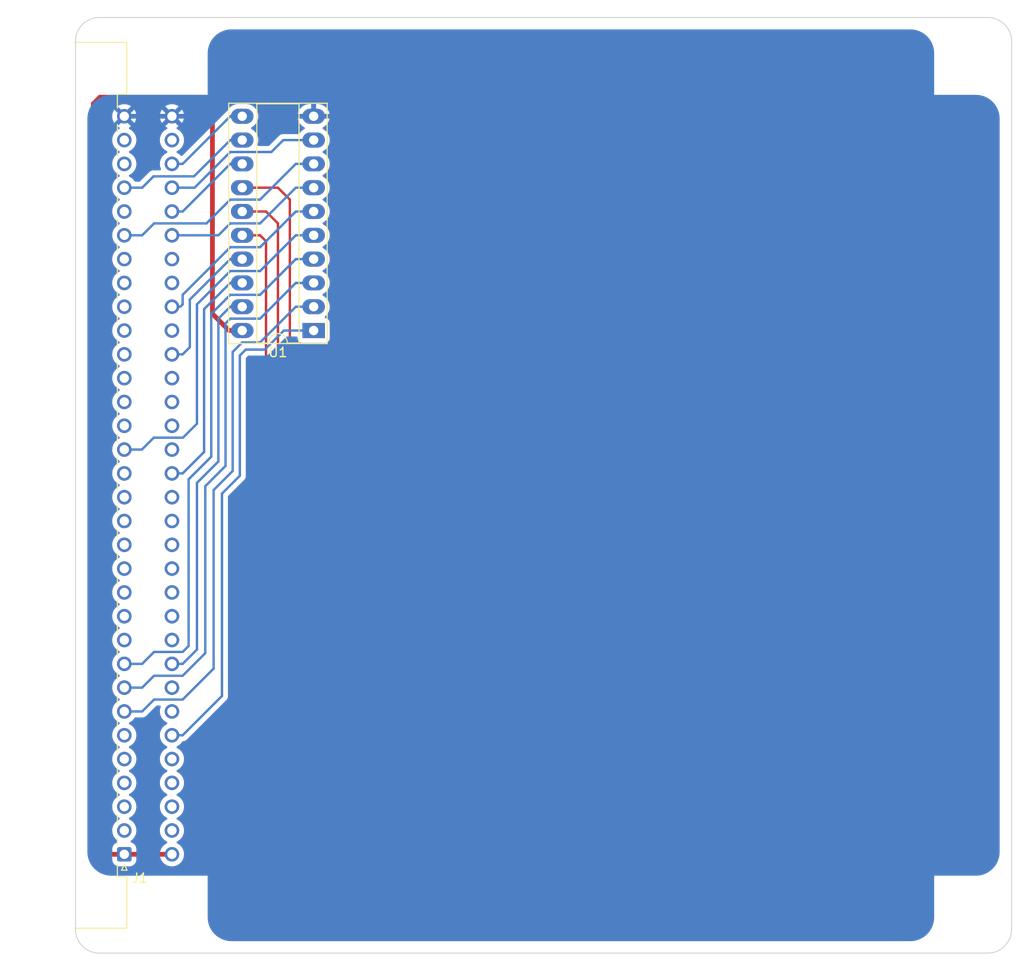
<source format=kicad_pcb>
(kicad_pcb (version 20241229) (generator "pcbnew") (generator_version "9.0")
  (title_block (title "Minimalist Europe Card Bus (MECB) Board Template") (date "2025-05") (rev "1.2") (company "DigicoolThings.com") (comment 1 "For Minimalist Europe Card Bus (MECB).") (comment 2 "U1 PLD positioning provides for ZIF socket space, with DIP20 ZIF friendly footprint.") (comment 3 "Includes a standardised 3 chip-select output ATF16V8 PLD Address Decoder. ") (comment 4 "Schematic & standardised PCB outline Templates for creating MECB boards."))
  (layers (0 "F.Cu" signal) (2 "B.Cu" signal) (13 "F.Paste" user) (15 "B.Paste" user) (5 "F.SilkS" user "F.Silkscreen") (7 "B.SilkS" user "B.Silkscreen") (1 "F.Mask" user) (3 "B.Mask" user) (25 "Edge.Cuts" user))
  (net 0 "")
  (net 1 "GND")
  (net 2 "+5V")
  (net 3 "ECB_RESET")
  (net 4 "ECB_MREQ")
  (net 5 "ECB_CLK")
  (net 6 "/ECB_D5")
  (net 7 "/ECB_D6")
  (net 8 "ECB_RD")
  (net 9 "ECB_WR")
  (net 10 "ECB_INT")
  (net 11 "/ECB_D3")
  (net 12 "/ECB_D4")
  (net 13 "/ECB_A2")
  (net 14 "/ECB_A4")
  (net 15 "/ECB_A5")
  (net 16 "/ECB_A6")
  (net 17 "/ECB_A14")
  (net 18 "/ECB_A13")
  (net 19 "/ECB_A9")
  (net 20 "ECB_IORQ")
  (net 21 "/ECB_D0")
  (net 22 "/ECB_D7")
  (net 23 "/ECB_D2")
  (net 24 "/ECB_A0")
  (net 25 "/ECB_A3")
  (net 26 "/ECB_A1")
  (net 27 "/ECB_A8")
  (net 28 "/ECB_A7")
  (net 29 "CS0")
  (net 30 "CS1")
  (net 31 "CS2")
  (net 32 "/ECB_D1")
  (net 50 "/ECB_A11")
  (net 52 "/ECB_A10")
  (net 53 "ECB_NMI")
  (net 60 "/ECB_A12")
  (net 62 "/ECB_A15")
  (footprint "MountingHole:MountingHole_3.2mm_M3" (layer "F.Cu") (at 192.532 50.419)
    (property "Reference" "H1" (hide yes))
    (property "Value" "MountingHole")
    (pad "" np_thru_hole circle (at 0 0) (size 3.2 3.2) (drill 3.2) (layers "*.Cu" "*.Mask"))
  )
  (footprint "MountingHole:MountingHole_3.2mm_M3" (layer "F.Cu") (at 192.532 142.621)
    (property "Reference" "H2" (hide yes))
    (property "Value" "MountingHole")
    (pad "" np_thru_hole circle (at 0 0) (size 3.2 3.2) (drill 3.2) (layers "*.Cu" "*.Mask"))
  )
  (footprint "MyCustomFootprintLibrary:DIP-20_W7.62mm_Socket_LongPads_ZIF_friendly" (layer "F.Cu") (at 121.92 80.01 180)
    (property "Reference" "U1" (at 3.81 -2.33 180) (layer "F.SilkS"))
    (property "Value" "ATF16V8")
    (fp_line (start 9.06 24.25) (end 9.06 -1.39) (stroke (width 0.12)) (layer "F.SilkS"))
    (fp_line (start 9.06 -1.39) (end -1.44 -1.39) (stroke (width 0.12)) (layer "F.SilkS"))
    (fp_line (start 6.06 24.19) (end 6.06 -1.33) (stroke (width 0.12)) (layer "F.SilkS"))
    (fp_line (start 6.06 -1.33) (end 4.81 -1.33) (stroke (width 0.12)) (layer "F.SilkS"))
    (fp_line (start 2.81 -1.33) (end 1.56 -1.33) (stroke (width 0.12)) (layer "F.SilkS"))
    (fp_line (start 1.56 24.19) (end 6.06 24.19) (stroke (width 0.12)) (layer "F.SilkS"))
    (fp_line (start 1.56 -1.33) (end 1.56 24.19) (stroke (width 0.12)) (layer "F.SilkS"))
    (fp_line (start -1.44 24.25) (end 9.06 24.25) (stroke (width 0.12)) (layer "F.SilkS"))
    (fp_line (start -1.44 -1.39) (end -1.44 24.25) (stroke (width 0.12)) (layer "F.SilkS"))
    (fp_arc (start 4.81 -1.33) (mid 3.81 -0.33) (end 2.81 -1.33) (stroke (width 0.12)) (layer "F.SilkS"))
    (pad "1" thru_hole rect (at 0 0 180) (size 2.4 1.6) (drill 1) (layers "*.Cu" "*.Mask") (net 25 "/ECB_A3"))
    (pad "2" thru_hole oval (at 0 2.54 180) (size 2.4 1.6) (drill 1) (layers "*.Cu" "*.Mask") (net 14 "/ECB_A4"))
    (pad "3" thru_hole oval (at 0 5.08 180) (size 2.4 1.6) (drill 1) (layers "*.Cu" "*.Mask") (net 15 "/ECB_A5"))
    (pad "4" thru_hole oval (at 0 7.62 180) (size 2.4 1.6) (drill 1) (layers "*.Cu" "*.Mask") (net 16 "/ECB_A6"))
    (pad "5" thru_hole oval (at 0 10.16 180) (size 2.4 1.6) (drill 1) (layers "*.Cu" "*.Mask") (net 17 "/ECB_A14"))
    (pad "6" thru_hole oval (at 0 12.7 180) (size 2.4 1.6) (drill 1) (layers "*.Cu" "*.Mask") (net 8 "ECB_RD"))
    (pad "7" thru_hole oval (at 0 15.24 180) (size 2.4 1.6) (drill 1) (layers "*.Cu" "*.Mask") (net 60 "/ECB_A12"))
    (pad "8" thru_hole oval (at 0 17.78 180) (size 2.4 1.6) (drill 1) (layers "*.Cu" "*.Mask") (net 20 "ECB_IORQ"))
    (pad "9" thru_hole oval (at 0 20.32 180) (size 2.4 1.6) (drill 1) (layers "*.Cu" "*.Mask") (net 5 "ECB_CLK"))
    (pad "10" thru_hole oval (at 0 22.86 180) (size 2.4 1.6) (drill 1) (layers "*.Cu" "*.Mask") (net 1 "GND"))
    (pad "11" thru_hole oval (at 7.62 22.86 180) (size 2.4 1.6) (drill 1) (layers "*.Cu" "*.Mask") (net 4 "ECB_MREQ"))
    (pad "12" thru_hole oval (at 7.62 20.32 180) (size 2.4 1.6) (drill 1) (layers "*.Cu" "*.Mask") (net 18 "/ECB_A13"))
    (pad "13" thru_hole oval (at 7.62 17.78 180) (size 2.4 1.6) (drill 1) (layers "*.Cu" "*.Mask") (net 62 "/ECB_A15"))
    (pad "14" thru_hole oval (at 7.62 15.24 180) (size 2.4 1.6) (drill 1) (layers "*.Cu" "*.Mask") (net 29 "CS0"))
    (pad "15" thru_hole oval (at 7.62 12.7 180) (size 2.4 1.6) (drill 1) (layers "*.Cu" "*.Mask") (net 30 "CS1"))
    (pad "16" thru_hole oval (at 7.62 10.16 180) (size 2.4 1.6) (drill 1) (layers "*.Cu" "*.Mask") (net 31 "CS2"))
    (pad "17" thru_hole oval (at 7.62 7.62 180) (size 2.4 1.6) (drill 1) (layers "*.Cu" "*.Mask") (net 9 "ECB_WR"))
    (pad "18" thru_hole oval (at 7.62 5.08 180) (size 2.4 1.6) (drill 1) (layers "*.Cu" "*.Mask") (net 50 "/ECB_A11"))
    (pad "19" thru_hole oval (at 7.62 2.54 180) (size 2.4 1.6) (drill 1) (layers "*.Cu" "*.Mask") (net 28 "/ECB_A7"))
    (pad "20" thru_hole oval (at 7.62 0 180) (size 2.4 1.6) (drill 1) (layers "*.Cu" "*.Mask") (net 2 "+5V"))
  )
  (footprint "MountingHole:MountingHole_3.2mm_M3" (layer "F.Cu") (at 106.172 50.419)
    (property "Reference" "H3" (hide yes))
    (property "Value" "MountingHole")
    (pad "" np_thru_hole circle (at 0 0) (size 3.2 3.2) (drill 3.2) (layers "*.Cu" "*.Mask"))
  )
  (footprint "MountingHole:MountingHole_3.2mm_M3" (layer "F.Cu") (at 106.172 142.621)
    (property "Reference" "H4" (hide yes))
    (property "Value" "MountingHole")
    (pad "" np_thru_hole circle (at 0 0) (size 3.2 3.2) (drill 3.2) (layers "*.Cu" "*.Mask"))
  )
  (footprint "MyCustomFootprintLibrary:DIN41612_C_2x32_C64AC_Male_Horizontal_THT" (layer "F.Cu") (at 101.727 135.89 90)
    (property "Reference" "J1" (at -2.54 1.651 180) (layer "F.SilkS"))
    (property "Value" "MECB_64AC")
    (fp_line (start 86.63 -5.3) (end 86.63 0.26) (stroke (width 0.12)) (layer "F.SilkS"))
    (fp_line (start -7.89 -5.3) (end -7.89 0.26) (stroke (width 0.12)) (layer "F.SilkS"))
    (fp_line (start 79.61 -0.74) (end 81.11 -0.74) (stroke (width 0.12)) (layer "F.SilkS"))
    (fp_line (start 77.07 -0.74) (end 77.871 -0.74) (stroke (width 0.12)) (layer "F.SilkS"))
    (fp_line (start 74.53 -0.74) (end 75.331 -0.74) (stroke (width 0.12)) (layer "F.SilkS"))
    (fp_line (start 71.99 -0.74) (end 72.791 -0.74) (stroke (width 0.12)) (layer "F.SilkS"))
    (fp_line (start 69.45 -0.74) (end 70.251 -0.74) (stroke (width 0.12)) (layer "F.SilkS"))
    (fp_line (start 66.91 -0.74) (end 67.711 -0.74) (stroke (width 0.12)) (layer "F.SilkS"))
    (fp_line (start 64.37 -0.74) (end 65.171 -0.74) (stroke (width 0.12)) (layer "F.SilkS"))
    (fp_line (start 61.83 -0.74) (end 62.631 -0.74) (stroke (width 0.12)) (layer "F.SilkS"))
    (fp_line (start 59.29 -0.74) (end 60.091 -0.74) (stroke (width 0.12)) (layer "F.SilkS"))
    (fp_line (start 56.75 -0.74) (end 57.551 -0.74) (stroke (width 0.12)) (layer "F.SilkS"))
    (fp_line (start 54.21 -0.74) (end 55.011 -0.74) (stroke (width 0.12)) (layer "F.SilkS"))
    (fp_line (start 51.67 -0.74) (end 52.471 -0.74) (stroke (width 0.12)) (layer "F.SilkS"))
    (fp_line (start 49.13 -0.74) (end 49.931 -0.74) (stroke (width 0.12)) (layer "F.SilkS"))
    (fp_line (start 46.59 -0.74) (end 47.391 -0.74) (stroke (width 0.12)) (layer "F.SilkS"))
    (fp_line (start 44.05 -0.74) (end 44.851 -0.74) (stroke (width 0.12)) (layer "F.SilkS"))
    (fp_line (start 41.51 -0.74) (end 42.311 -0.74) (stroke (width 0.12)) (layer "F.SilkS"))
    (fp_line (start 38.97 -0.74) (end 39.771 -0.74) (stroke (width 0.12)) (layer "F.SilkS"))
    (fp_line (start 36.43 -0.74) (end 37.231 -0.74) (stroke (width 0.12)) (layer "F.SilkS"))
    (fp_line (start 33.89 -0.74) (end 34.691 -0.74) (stroke (width 0.12)) (layer "F.SilkS"))
    (fp_line (start 31.35 -0.74) (end 32.151 -0.74) (stroke (width 0.12)) (layer "F.SilkS"))
    (fp_line (start 28.81 -0.74) (end 29.611 -0.74) (stroke (width 0.12)) (layer "F.SilkS"))
    (fp_line (start 26.27 -0.74) (end 27.071 -0.74) (stroke (width 0.12)) (layer "F.SilkS"))
    (fp_line (start 23.73 -0.74) (end 24.531 -0.74) (stroke (width 0.12)) (layer "F.SilkS"))
    (fp_line (start 21.19 -0.74) (end 21.991 -0.74) (stroke (width 0.12)) (layer "F.SilkS"))
    (fp_line (start 18.65 -0.74) (end 19.451 -0.74) (stroke (width 0.12)) (layer "F.SilkS"))
    (fp_line (start 16.11 -0.74) (end 16.911 -0.74) (stroke (width 0.12)) (layer "F.SilkS"))
    (fp_line (start 13.57 -0.74) (end 14.371 -0.74) (stroke (width 0.12)) (layer "F.SilkS"))
    (fp_line (start 11.03 -0.74) (end 11.831 -0.74) (stroke (width 0.12)) (layer "F.SilkS"))
    (fp_line (start 8.49 -0.74) (end 9.291 -0.74) (stroke (width 0.12)) (layer "F.SilkS"))
    (fp_line (start 5.95 -0.74) (end 6.751 -0.74) (stroke (width 0.12)) (layer "F.SilkS"))
    (fp_line (start 3.41 -0.74) (end 4.211 -0.74) (stroke (width 0.12)) (layer "F.SilkS"))
    (fp_line (start 1.095 -0.74) (end 1.671 -0.74) (stroke (width 0.12)) (layer "F.SilkS"))
    (fp_line (start -2.371 -0.74) (end -1.095 -0.74) (stroke (width 0.12)) (layer "F.SilkS"))
    (fp_line (start -1.695 -0.3) (end -1.695 0.3) (stroke (width 0.12)) (layer "F.SilkS"))
    (fp_line (start -1.095 0) (end -1.695 -0.3) (stroke (width 0.12)) (layer "F.SilkS"))
    (fp_line (start 86.63 0.26) (end 81.11 0.26) (stroke (width 0.12)) (layer "F.SilkS"))
    (fp_line (start 81.11 0.26) (end 81.11 -0.74) (stroke (width 0.12)) (layer "F.SilkS"))
    (fp_line (start -2.37 0.26) (end -2.37 -0.74) (stroke (width 0.12)) (layer "F.SilkS"))
    (fp_line (start -7.89 0.26) (end -2.37 0.26) (stroke (width 0.12)) (layer "F.SilkS"))
    (fp_line (start -1.695 0.3) (end -1.095 0) (stroke (width 0.12)) (layer "F.SilkS"))
    (pad "" np_thru_hole circle (at -5.08 -2.54 90) (size 2.85 2.85) (drill 2.85) (layers "*.Cu" "*.Mask"))
    (pad "" np_thru_hole circle (at 83.82 -2.54 90) (size 2.85 2.85) (drill 2.85) (layers "*.Cu" "*.Mask"))
    (pad "A1" thru_hole roundrect (at 0 0 90) (size 1.55 1.55) (drill 1) (layers "*.Cu" "*.Mask") (roundrect_rratio 0.161) (net 2 "+5V"))
    (pad "A2" thru_hole circle (at 2.54 0 90) (size 1.55 1.55) (drill 1) (layers "*.Cu" "*.Mask") (net 6 "/ECB_D5"))
    (pad "A3" thru_hole circle (at 5.08 0 90) (size 1.55 1.55) (drill 1) (layers "*.Cu" "*.Mask") (net 7 "/ECB_D6"))
    (pad "A4" thru_hole circle (at 7.62 0 90) (size 1.55 1.55) (drill 1) (layers "*.Cu" "*.Mask") (net 11 "/ECB_D3"))
    (pad "A5" thru_hole circle (at 10.16 0 90) (size 1.55 1.55) (drill 1) (layers "*.Cu" "*.Mask") (net 12 "/ECB_D4"))
    (pad "A6" thru_hole circle (at 12.7 0 90) (size 1.55 1.55) (drill 1) (layers "*.Cu" "*.Mask") (net 13 "/ECB_A2"))
    (pad "A7" thru_hole circle (at 15.24 0 90) (size 1.55 1.55) (drill 1) (layers "*.Cu" "*.Mask") (net 14 "/ECB_A4"))
    (pad "A8" thru_hole circle (at 17.78 0 90) (size 1.55 1.55) (drill 1) (layers "*.Cu" "*.Mask") (net 15 "/ECB_A5"))
    (pad "A9" thru_hole circle (at 20.32 0 90) (size 1.55 1.55) (drill 1) (layers "*.Cu" "*.Mask") (net 16 "/ECB_A6"))
    (pad "A10" thru_hole circle (at 22.86 0 90) (size 1.55 1.55) (drill 1) (layers "*.Cu" "*.Mask"))
    (pad "A11" thru_hole circle (at 25.4 0 90) (size 1.55 1.55) (drill 1) (layers "*.Cu" "*.Mask"))
    (pad "A12" thru_hole circle (at 27.94 0 90) (size 1.55 1.55) (drill 1) (layers "*.Cu" "*.Mask"))
    (pad "A13" thru_hole circle (at 30.48 0 90) (size 1.55 1.55) (drill 1) (layers "*.Cu" "*.Mask"))
    (pad "A14" thru_hole circle (at 33.02 0 90) (size 1.55 1.55) (drill 1) (layers "*.Cu" "*.Mask"))
    (pad "A15" thru_hole circle (at 35.56 0 90) (size 1.55 1.55) (drill 1) (layers "*.Cu" "*.Mask"))
    (pad "A16" thru_hole circle (at 38.1 0 90) (size 1.55 1.55) (drill 1) (layers "*.Cu" "*.Mask"))
    (pad "A17" thru_hole circle (at 40.64 0 90) (size 1.55 1.55) (drill 1) (layers "*.Cu" "*.Mask"))
    (pad "A18" thru_hole circle (at 43.18 0 90) (size 1.55 1.55) (drill 1) (layers "*.Cu" "*.Mask") (net 17 "/ECB_A14"))
    (pad "A19" thru_hole circle (at 45.72 0 90) (size 1.55 1.55) (drill 1) (layers "*.Cu" "*.Mask"))
    (pad "A20" thru_hole circle (at 48.26 0 90) (size 1.55 1.55) (drill 1) (layers "*.Cu" "*.Mask"))
    (pad "A21" thru_hole circle (at 50.8 0 90) (size 1.55 1.55) (drill 1) (layers "*.Cu" "*.Mask"))
    (pad "A22" thru_hole circle (at 53.34 0 90) (size 1.55 1.55) (drill 1) (layers "*.Cu" "*.Mask"))
    (pad "A23" thru_hole circle (at 55.88 0 90) (size 1.55 1.55) (drill 1) (layers "*.Cu" "*.Mask"))
    (pad "A24" thru_hole circle (at 58.42 0 90) (size 1.55 1.55) (drill 1) (layers "*.Cu" "*.Mask"))
    (pad "A25" thru_hole circle (at 60.96 0 90) (size 1.55 1.55) (drill 1) (layers "*.Cu" "*.Mask"))
    (pad "A26" thru_hole circle (at 63.5 0 90) (size 1.55 1.55) (drill 1) (layers "*.Cu" "*.Mask"))
    (pad "A27" thru_hole circle (at 66.04 0 90) (size 1.55 1.55) (drill 1) (layers "*.Cu" "*.Mask") (net 20 "ECB_IORQ"))
    (pad "A28" thru_hole circle (at 68.58 0 90) (size 1.55 1.55) (drill 1) (layers "*.Cu" "*.Mask"))
    (pad "A29" thru_hole circle (at 71.12 0 90) (size 1.55 1.55) (drill 1) (layers "*.Cu" "*.Mask") (net 18 "/ECB_A13"))
    (pad "A30" thru_hole circle (at 73.66 0 90) (size 1.55 1.55) (drill 1) (layers "*.Cu" "*.Mask") (net 19 "/ECB_A9"))
    (pad "A31" thru_hole circle (at 76.2 0 90) (size 1.55 1.55) (drill 1) (layers "*.Cu" "*.Mask"))
    (pad "A32" thru_hole circle (at 78.74 0 90) (size 1.55 1.55) (drill 1) (layers "*.Cu" "*.Mask") (net 1 "GND"))
    (pad "C1" thru_hole circle (at 0 5.08 90) (size 1.55 1.55) (drill 1) (layers "*.Cu" "*.Mask") (net 2 "+5V"))
    (pad "C2" thru_hole circle (at 2.54 5.08 90) (size 1.55 1.55) (drill 1) (layers "*.Cu" "*.Mask") (net 21 "/ECB_D0"))
    (pad "C3" thru_hole circle (at 5.08 5.08 90) (size 1.55 1.55) (drill 1) (layers "*.Cu" "*.Mask") (net 22 "/ECB_D7"))
    (pad "C4" thru_hole circle (at 7.62 5.08 90) (size 1.55 1.55) (drill 1) (layers "*.Cu" "*.Mask") (net 23 "/ECB_D2"))
    (pad "C5" thru_hole circle (at 10.16 5.08 90) (size 1.55 1.55) (drill 1) (layers "*.Cu" "*.Mask") (net 24 "/ECB_A0"))
    (pad "C6" thru_hole circle (at 12.7 5.08 90) (size 1.55 1.55) (drill 1) (layers "*.Cu" "*.Mask") (net 25 "/ECB_A3"))
    (pad "C7" thru_hole circle (at 15.24 5.08 90) (size 1.55 1.55) (drill 1) (layers "*.Cu" "*.Mask") (net 26 "/ECB_A1"))
    (pad "C8" thru_hole circle (at 17.78 5.08 90) (size 1.55 1.55) (drill 1) (layers "*.Cu" "*.Mask") (net 27 "/ECB_A8"))
    (pad "C9" thru_hole circle (at 20.32 5.08 90) (size 1.55 1.55) (drill 1) (layers "*.Cu" "*.Mask") (net 28 "/ECB_A7"))
    (pad "C10" thru_hole circle (at 22.86 5.08 90) (size 1.55 1.55) (drill 1) (layers "*.Cu" "*.Mask"))
    (pad "C11" thru_hole circle (at 25.4 5.08 90) (size 1.55 1.55) (drill 1) (layers "*.Cu" "*.Mask"))
    (pad "C12" thru_hole circle (at 27.94 5.08 90) (size 1.55 1.55) (drill 1) (layers "*.Cu" "*.Mask"))
    (pad "C13" thru_hole circle (at 30.48 5.08 90) (size 1.55 1.55) (drill 1) (layers "*.Cu" "*.Mask"))
    (pad "C14" thru_hole circle (at 33.02 5.08 90) (size 1.55 1.55) (drill 1) (layers "*.Cu" "*.Mask") (net 32 "/ECB_D1"))
    (pad "C15" thru_hole circle (at 35.56 5.08 90) (size 1.55 1.55) (drill 1) (layers "*.Cu" "*.Mask"))
    (pad "C16" thru_hole circle (at 38.1 5.08 90) (size 1.55 1.55) (drill 1) (layers "*.Cu" "*.Mask"))
    (pad "C17" thru_hole circle (at 40.64 5.08 90) (size 1.55 1.55) (drill 1) (layers "*.Cu" "*.Mask") (net 50 "/ECB_A11"))
    (pad "C18" thru_hole circle (at 43.18 5.08 90) (size 1.55 1.55) (drill 1) (layers "*.Cu" "*.Mask") (net 52 "/ECB_A10"))
    (pad "C19" thru_hole circle (at 45.72 5.08 90) (size 1.55 1.55) (drill 1) (layers "*.Cu" "*.Mask"))
    (pad "C20" thru_hole circle (at 48.26 5.08 90) (size 1.55 1.55) (drill 1) (layers "*.Cu" "*.Mask") (net 53 "ECB_NMI"))
    (pad "C21" thru_hole circle (at 50.8 5.08 90) (size 1.55 1.55) (drill 1) (layers "*.Cu" "*.Mask") (net 10 "ECB_INT"))
    (pad "C22" thru_hole circle (at 53.34 5.08 90) (size 1.55 1.55) (drill 1) (layers "*.Cu" "*.Mask") (net 9 "ECB_WR"))
    (pad "C23" thru_hole circle (at 55.88 5.08 90) (size 1.55 1.55) (drill 1) (layers "*.Cu" "*.Mask"))
    (pad "C24" thru_hole circle (at 58.42 5.08 90) (size 1.55 1.55) (drill 1) (layers "*.Cu" "*.Mask") (net 8 "ECB_RD"))
    (pad "C25" thru_hole circle (at 60.96 5.08 90) (size 1.55 1.55) (drill 1) (layers "*.Cu" "*.Mask"))
    (pad "C26" thru_hole circle (at 63.5 5.08 90) (size 1.55 1.55) (drill 1) (layers "*.Cu" "*.Mask"))
    (pad "C27" thru_hole circle (at 66.04 5.08 90) (size 1.55 1.55) (drill 1) (layers "*.Cu" "*.Mask") (net 60 "/ECB_A12"))
    (pad "C28" thru_hole circle (at 68.58 5.08 90) (size 1.55 1.55) (drill 1) (layers "*.Cu" "*.Mask") (net 62 "/ECB_A15"))
    (pad "C29" thru_hole circle (at 71.12 5.08 90) (size 1.55 1.55) (drill 1) (layers "*.Cu" "*.Mask") (net 5 "ECB_CLK"))
    (pad "C30" thru_hole circle (at 73.66 5.08 90) (size 1.55 1.55) (drill 1) (layers "*.Cu" "*.Mask") (net 4 "ECB_MREQ"))
    (pad "C31" thru_hole circle (at 76.2 5.08 90) (size 1.55 1.55) (drill 1) (layers "*.Cu" "*.Mask") (net 3 "ECB_RESET"))
    (pad "C32" thru_hole circle (at 78.74 5.08 90) (size 1.55 1.55) (drill 1) (layers "*.Cu" "*.Mask") (net 1 "GND"))
  )
  (gr_arc (start 196.342 143.891) (mid 195.598051 145.687051) (end 193.802 146.431) (stroke (width 0.1)) (layer "Edge.Cuts"))
  (gr_line (start 193.802 46.609) (end 99.06 46.609) (stroke (width 0.1)) (layer "Edge.Cuts"))
  (gr_arc (start 193.802 46.609) (mid 195.598051 47.352949) (end 196.342 49.149) (stroke (width 0.1)) (layer "Edge.Cuts"))
  (gr_line (start 196.342 143.891) (end 196.342 49.149) (stroke (width 0.1)) (layer "Edge.Cuts"))
  (gr_line (start 99.06 146.431) (end 193.802 146.431) (stroke (width 0.1)) (layer "Edge.Cuts"))
  (gr_arc (start 96.52 49.149) (mid 97.263949 47.352949) (end 99.06 46.609) (stroke (width 0.1)) (layer "Edge.Cuts"))
  (gr_line (start 96.52 49.149) (end 96.52 143.891) (stroke (width 0.1)) (layer "Edge.Cuts"))
  (gr_arc (start 99.06 146.431) (mid 97.263949 145.687051) (end 96.52 143.891) (stroke (width 0.1)) (layer "Edge.Cuts"))
  (segment (start 101.727 57.15) (end 106.807 57.15) (width 0.508) (layer "B.Cu") (net 1))
  (segment (start 121.92 55.245) (end 121.92 57.15) (width 0.508) (layer "B.Cu") (net 1))
  (segment (start 110.49 57.15) (end 113.03 54.61) (width 0.508) (layer "B.Cu") (net 1))
  (segment (start 121.285 54.61) (end 121.92 55.245) (width 0.508) (layer "B.Cu") (net 1))
  (segment (start 113.03 54.61) (end 121.285 54.61) (width 0.508) (layer "B.Cu") (net 1))
  (segment (start 106.807 57.15) (end 110.49 57.15) (width 0.508) (layer "B.Cu") (net 1))
  (segment (start 106.807 135.89) (end 101.727 135.89) (width 0.508) (layer "F.Cu") (net 2))
  (segment (start 99.1235 55.118) (end 98.425 55.8165) (width 0.508) (layer "F.Cu") (net 2))
  (segment (start 112.903 80.01) (end 111.125 78.232) (width 0.508) (layer "F.Cu") (net 2))
  (segment (start 99.06 135.89) (end 101.727 135.89) (width 0.508) (layer "F.Cu") (net 2))
  (segment (start 111.125 78.232) (end 111.125 55.88) (width 0.508) (layer "F.Cu") (net 2))
  (segment (start 110.363 55.118) (end 99.1235 55.118) (width 0.508) (layer "F.Cu") (net 2))
  (segment (start 111.125 55.88) (end 110.363 55.118) (width 0.508) (layer "F.Cu") (net 2))
  (segment (start 98.425 55.8165) (end 98.425 135.255) (width 0.508) (layer "F.Cu") (net 2))
  (segment (start 114.3 80.01) (end 112.903 80.01) (width 0.508) (layer "F.Cu") (net 2))
  (segment (start 98.425 135.255) (end 99.06 135.89) (width 0.508) (layer "F.Cu") (net 2))
  (segment (start 107.95 62.23) (end 106.807 62.23) (width 0.254) (layer "B.Cu") (net 4))
  (segment (start 114.3 57.15) (end 113.03 57.15) (width 0.254) (layer "B.Cu") (net 4))
  (segment (start 113.03 57.15) (end 107.95 62.23) (width 0.254) (layer "B.Cu") (net 4))
  (segment (start 113.03 60.96) (end 109.22 64.77) (width 0.254) (layer "B.Cu") (net 5))
  (segment (start 117.4115 60.96) (end 113.03 60.96) (width 0.254) (layer "B.Cu") (net 5))
  (segment (start 109.22 64.77) (end 106.807 64.77) (width 0.254) (layer "B.Cu") (net 5))
  (segment (start 121.92 59.69) (end 118.6815 59.69) (width 0.254) (layer "B.Cu") (net 5))
  (segment (start 118.6815 59.69) (end 117.4115 60.96) (width 0.254) (layer "B.Cu") (net 5))
  (segment (start 116.205 71.12) (end 113.03 71.12) (width 0.254) (layer "B.Cu") (net 8))
  (segment (start 107.95 77.216) (end 107.696 77.47) (width 0.254) (layer "B.Cu") (net 8))
  (segment (start 107.696 77.47) (end 106.807 77.47) (width 0.254) (layer "B.Cu") (net 8))
  (segment (start 120.015 67.31) (end 116.205 71.12) (width 0.254) (layer "B.Cu") (net 8))
  (segment (start 107.95 76.2) (end 107.95 77.216) (width 0.254) (layer "B.Cu") (net 8))
  (segment (start 113.03 71.12) (end 107.95 76.2) (width 0.254) (layer "B.Cu") (net 8))
  (segment (start 121.92 67.31) (end 120.015 67.31) (width 0.254) (layer "B.Cu") (net 8))
  (segment (start 113.03 72.39) (end 108.712 76.708) (width 0.254) (layer "B.Cu") (net 9))
  (segment (start 108.712 81.788) (end 107.95 82.55) (width 0.254) (layer "B.Cu") (net 9))
  (segment (start 107.95 82.55) (end 106.807 82.55) (width 0.254) (layer "B.Cu") (net 9))
  (segment (start 108.712 76.708) (end 108.712 81.788) (width 0.254) (layer "B.Cu") (net 9))
  (segment (start 114.3 72.39) (end 113.03 72.39) (width 0.254) (layer "B.Cu") (net 9))
  (segment (start 104.902 119.38) (end 103.632 120.65) (width 0.254) (layer "B.Cu") (net 14))
  (segment (start 113.284 82.296) (end 113.284 94.996) (width 0.254) (layer "B.Cu") (net 14))
  (segment (start 113.284 94.996) (end 111.252 97.028) (width 0.254) (layer "B.Cu") (net 14))
  (segment (start 107.95 119.38) (end 104.902 119.38) (width 0.254) (layer "B.Cu") (net 14))
  (segment (start 120.015 77.47) (end 116.205 81.28) (width 0.254) (layer "B.Cu") (net 14))
  (segment (start 114.3 81.28) (end 113.284 82.296) (width 0.254) (layer "B.Cu") (net 14))
  (segment (start 111.252 116.078) (end 107.95 119.38) (width 0.254) (layer "B.Cu") (net 14))
  (segment (start 111.252 97.028) (end 111.252 116.078) (width 0.254) (layer "B.Cu") (net 14))
  (segment (start 103.632 120.65) (end 101.727 120.65) (width 0.254) (layer "B.Cu") (net 14))
  (segment (start 116.205 81.28) (end 114.3 81.28) (width 0.254) (layer "B.Cu") (net 14))
  (segment (start 121.92 77.47) (end 120.015 77.47) (width 0.254) (layer "B.Cu") (net 14))
  (segment (start 101.727 118.11) (end 103.632 118.11) (width 0.254) (layer "B.Cu") (net 15))
  (segment (start 112.522 79.248) (end 113.03 78.74) (width 0.254) (layer "B.Cu") (net 15))
  (segment (start 113.03 78.74) (end 116.205 78.74) (width 0.254) (layer "B.Cu") (net 15))
  (segment (start 120.015 74.93) (end 121.92 74.93) (width 0.254) (layer "B.Cu") (net 15))
  (segment (start 116.205 78.74) (end 120.015 74.93) (width 0.254) (layer "B.Cu") (net 15))
  (segment (start 104.902 116.84) (end 107.95 116.84) (width 0.254) (layer "B.Cu") (net 15))
  (segment (start 110.363 114.427) (end 110.363 96.61525) (width 0.254) (layer "B.Cu") (net 15))
  (segment (start 110.363 96.61525) (end 112.522 94.45625) (width 0.254) (layer "B.Cu") (net 15))
  (segment (start 107.95 116.84) (end 110.363 114.427) (width 0.254) (layer "B.Cu") (net 15))
  (segment (start 103.632 118.11) (end 104.902 116.84) (width 0.254) (layer "B.Cu") (net 15))
  (segment (start 112.522 94.45625) (end 112.522 79.248) (width 0.254) (layer "B.Cu") (net 15))
  (segment (start 108.585 113.665) (end 108.585 95.885) (width 0.254) (layer "B.Cu") (net 16))
  (segment (start 101.727 115.57) (end 103.632 115.57) (width 0.254) (layer "B.Cu") (net 16))
  (segment (start 104.902 114.3) (end 107.95 114.3) (width 0.254) (layer "B.Cu") (net 16))
  (segment (start 120.015 72.39) (end 121.92 72.39) (width 0.254) (layer "B.Cu") (net 16))
  (segment (start 110.998 93.472) (end 110.998 78.232) (width 0.254) (layer "B.Cu") (net 16))
  (segment (start 107.95 114.3) (end 108.585 113.665) (width 0.254) (layer "B.Cu") (net 16))
  (segment (start 113.03 76.2) (end 116.205 76.2) (width 0.254) (layer "B.Cu") (net 16))
  (segment (start 110.998 78.232) (end 113.03 76.2) (width 0.254) (layer "B.Cu") (net 16))
  (segment (start 108.585 95.885) (end 110.998 93.472) (width 0.254) (layer "B.Cu") (net 16))
  (segment (start 103.632 115.57) (end 104.902 114.3) (width 0.254) (layer "B.Cu") (net 16))
  (segment (start 116.205 76.2) (end 120.015 72.39) (width 0.254) (layer "B.Cu") (net 16))
  (segment (start 121.92 69.85) (end 120.015 69.85) (width 0.254) (layer "B.Cu") (net 17))
  (segment (start 103.60025 92.71) (end 101.727 92.71) (width 0.254) (layer "B.Cu") (net 17))
  (segment (start 116.205 73.66) (end 113.03 73.66) (width 0.254) (layer "B.Cu") (net 17))
  (segment (start 107.98175 91.44) (end 104.87025 91.44) (width 0.254) (layer "B.Cu") (net 17))
  (segment (start 104.87025 91.44) (end 103.60025 92.71) (width 0.254) (layer "B.Cu") (net 17))
  (segment (start 109.474 89.94775) (end 107.98175 91.44) (width 0.254) (layer "B.Cu") (net 17))
  (segment (start 120.015 69.85) (end 116.205 73.66) (width 0.254) (layer "B.Cu") (net 17))
  (segment (start 109.474 77.216) (end 109.474 89.94775) (width 0.254) (layer "B.Cu") (net 17))
  (segment (start 113.03 73.66) (end 109.474 77.216) (width 0.254) (layer "B.Cu") (net 17))
  (segment (start 103.632 64.77) (end 104.8405 63.5615) (width 0.254) (layer "B.Cu") (net 18))
  (segment (start 104.8405 63.5615) (end 109.1585 63.5615) (width 0.254) (layer "B.Cu") (net 18))
  (segment (start 113.03 59.69) (end 114.3 59.69) (width 0.254) (layer "B.Cu") (net 18))
  (segment (start 101.727 64.77) (end 103.632 64.77) (width 0.254) (layer "B.Cu") (net 18))
  (segment (start 109.1585 63.5615) (end 113.03 59.69) (width 0.254) (layer "B.Cu") (net 18))
  (segment (start 121.92 62.23) (end 120.015 62.23) (width 0.254) (layer "B.Cu") (net 20))
  (segment (start 110.49 68.58) (end 104.902 68.58) (width 0.254) (layer "B.Cu") (net 20))
  (segment (start 113.03 66.04) (end 110.49 68.58) (width 0.254) (layer "B.Cu") (net 20))
  (segment (start 116.205 66.04) (end 113.03 66.04) (width 0.254) (layer "B.Cu") (net 20))
  (segment (start 103.632 69.85) (end 101.727 69.85) (width 0.254) (layer "B.Cu") (net 20))
  (segment (start 104.902 68.58) (end 103.632 69.85) (width 0.254) (layer "B.Cu") (net 20))
  (segment (start 120.015 62.23) (end 116.205 66.04) (width 0.254) (layer "B.Cu") (net 20))
  (segment (start 114.046 95.504) (end 114.046 82.677) (width 0.254) (layer "B.Cu") (net 25))
  (segment (start 118.745 80.01) (end 121.92 80.01) (width 0.254) (layer "B.Cu") (net 25))
  (segment (start 112.141 118.999) (end 112.141 97.409) (width 0.254) (layer "B.Cu") (net 25))
  (segment (start 114.681 82.042) (end 116.713 82.042) (width 0.254) (layer "B.Cu") (net 25))
  (segment (start 106.807 123.19) (end 107.95 123.19) (width 0.254) (layer "B.Cu") (net 25))
  (segment (start 112.141 97.409) (end 114.046 95.504) (width 0.254) (layer "B.Cu") (net 25))
  (segment (start 116.713 82.042) (end 118.745 80.01) (width 0.254) (layer "B.Cu") (net 25))
  (segment (start 107.95 123.19) (end 112.141 118.999) (width 0.254) (layer "B.Cu") (net 25))
  (segment (start 114.046 82.677) (end 114.681 82.042) (width 0.254) (layer "B.Cu") (net 25))
  (segment (start 111.76 78.74) (end 113.03 77.47) (width 0.254) (layer "B.Cu") (net 28))
  (segment (start 109.474 96.266) (end 111.76 93.98) (width 0.254) (layer "B.Cu") (net 28))
  (segment (start 111.76 93.98) (end 111.76 78.74) (width 0.254) (layer "B.Cu") (net 28))
  (segment (start 106.807 115.57) (end 107.95 115.57) (width 0.254) (layer "B.Cu") (net 28))
  (segment (start 109.474 114.046) (end 109.474 96.266) (width 0.254) (layer "B.Cu") (net 28))
  (segment (start 107.95 115.57) (end 109.474 114.046) (width 0.254) (layer "B.Cu") (net 28))
  (segment (start 113.03 77.47) (end 114.3 77.47) (width 0.254) (layer "B.Cu") (net 28))
  (segment (start 119.38 66.04) (end 119.38 95.25) (width 0.254) (layer "F.Cu") (net 29))
  (segment (start 114.3 64.77) (end 118.11 64.77) (width 0.254) (layer "F.Cu") (net 29))
  (segment (start 118.11 64.77) (end 119.38 66.04) (width 0.254) (layer "F.Cu") (net 29))
  (segment (start 114.3 67.31) (end 116.84 67.31) (width 0.254) (layer "F.Cu") (net 30))
  (segment (start 118.11 68.58) (end 118.11 95.25) (width 0.254) (layer "F.Cu") (net 30))
  (segment (start 116.84 67.31) (end 118.11 68.58) (width 0.254) (layer "F.Cu") (net 30))
  (segment (start 116.84 70.485) (end 116.84 95.25) (width 0.254) (layer "F.Cu") (net 31))
  (segment (start 116.205 69.85) (end 116.84 70.485) (width 0.254) (layer "F.Cu") (net 31))
  (segment (start 114.3 69.85) (end 116.205 69.85) (width 0.254) (layer "F.Cu") (net 31))
  (segment (start 113.03 74.93) (end 110.236 77.724) (width 0.254) (layer "B.Cu") (net 50))
  (segment (start 114.3 74.93) (end 113.03 74.93) (width 0.254) (layer "B.Cu") (net 50))
  (segment (start 110.236 77.724) (end 110.236 92.964) (width 0.254) (layer "B.Cu") (net 50))
  (segment (start 107.95 95.25) (end 106.807 95.25) (width 0.254) (layer "B.Cu") (net 50))
  (segment (start 110.236 92.964) (end 107.95 95.25) (width 0.254) (layer "B.Cu") (net 50))
  (segment (start 116.205 68.58) (end 120.015 64.77) (width 0.254) (layer "B.Cu") (net 60))
  (segment (start 113.03 68.58) (end 116.205 68.58) (width 0.254) (layer "B.Cu") (net 60))
  (segment (start 106.807 69.85) (end 111.76 69.85) (width 0.254) (layer "B.Cu") (net 60))
  (segment (start 120.015 64.77) (end 121.92 64.77) (width 0.254) (layer "B.Cu") (net 60))
  (segment (start 111.76 69.85) (end 113.03 68.58) (width 0.254) (layer "B.Cu") (net 60))
  (segment (start 106.807 67.31) (end 107.95 67.31) (width 0.254) (layer "B.Cu") (net 62))
  (segment (start 107.95 67.31) (end 113.03 62.23) (width 0.254) (layer "B.Cu") (net 62))
  (segment (start 113.03 62.23) (end 114.3 62.23) (width 0.254) (layer "B.Cu") (net 62))
  (zone (net 1) (net_name "GND") (layer "B.Cu") (connect_pads (clearance 0.508)) (min_thickness 0.254) (fill yes (thermal_gap 0.508) (thermal_bridge_width 0.508) (smoothing fillet) (radius 2.54))
    (polygon (pts (xy 188.087 54.864) (xy 195.072 54.864) (xy 195.072 138.176) (xy 188.087 138.176) (xy 188.087 145.161) (xy 110.617 145.161) (xy 110.617 138.176) (xy 97.79 138.176) (xy 97.79 54.864) (xy 110.617 54.864) (xy 110.617 47.879) (xy 188.087 47.879)))
  )
)
</source>
